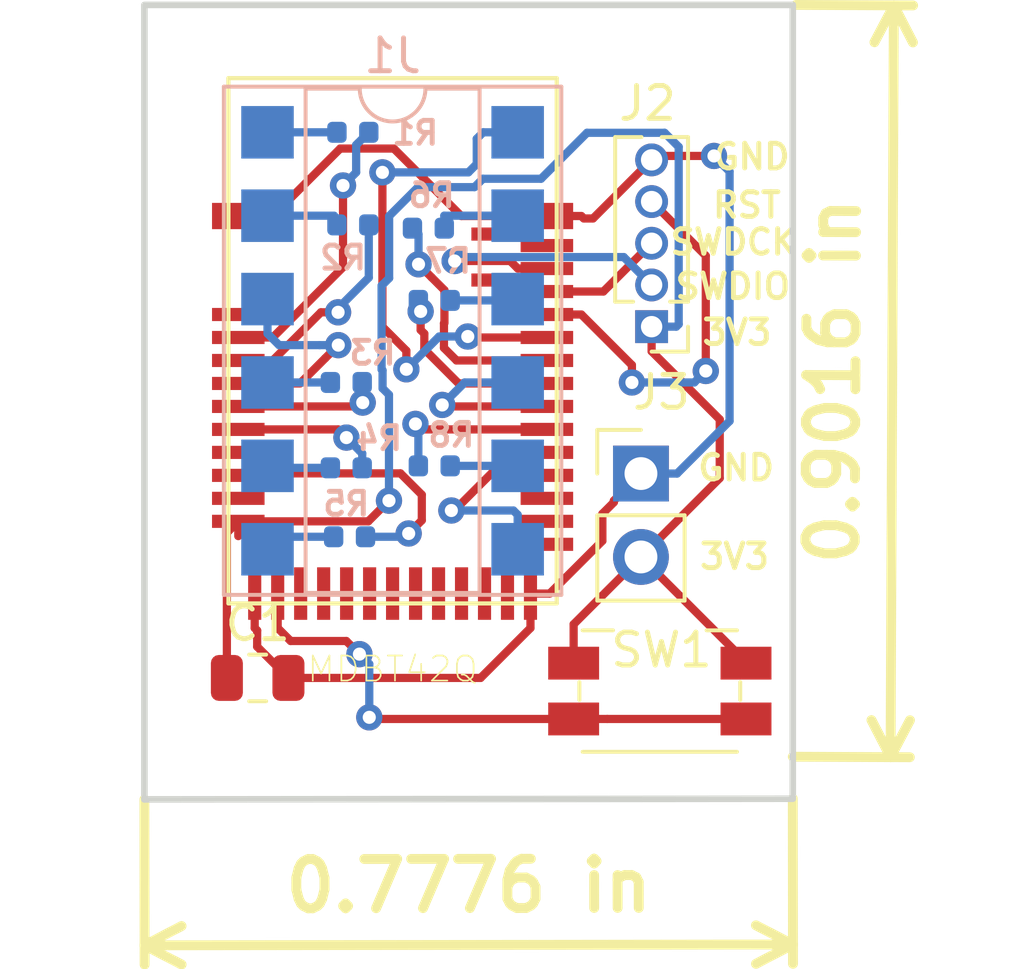
<source format=kicad_pcb>
(kicad_pcb (version 20171130) (host pcbnew "(5.0.0-3-g5ebb6b6)")

  (general
    (thickness 0.8)
    (drawings 13)
    (tracks 198)
    (zones 0)
    (modules 14)
    (nets 47)
  )

  (page A4)
  (layers
    (0 F.Cu signal)
    (31 B.Cu signal)
    (32 B.Adhes user)
    (33 F.Adhes user)
    (34 B.Paste user)
    (35 F.Paste user)
    (36 B.SilkS user)
    (37 F.SilkS user)
    (38 B.Mask user)
    (39 F.Mask user)
    (40 Dwgs.User user)
    (41 Cmts.User user)
    (42 Eco1.User user)
    (43 Eco2.User user)
    (44 Edge.Cuts user)
    (45 Margin user)
    (46 B.CrtYd user)
    (47 F.CrtYd user)
    (48 B.Fab user)
    (49 F.Fab user)
  )

  (setup
    (last_trace_width 0.25)
    (trace_clearance 0.2)
    (zone_clearance 0.508)
    (zone_45_only no)
    (trace_min 0.2)
    (segment_width 0.2)
    (edge_width 0.15)
    (via_size 0.8)
    (via_drill 0.4)
    (via_min_size 0.4)
    (via_min_drill 0.3)
    (uvia_size 0.3)
    (uvia_drill 0.1)
    (uvias_allowed no)
    (uvia_min_size 0.2)
    (uvia_min_drill 0.1)
    (pcb_text_width 0.3)
    (pcb_text_size 1.5 1.5)
    (mod_edge_width 0.15)
    (mod_text_size 1 1)
    (mod_text_width 0.15)
    (pad_size 1.524 1.524)
    (pad_drill 0.762)
    (pad_to_mask_clearance 0.2)
    (aux_axis_origin 0 0)
    (visible_elements FFFDFF7F)
    (pcbplotparams
      (layerselection 0x010fc_ffffffff)
      (usegerberextensions false)
      (usegerberattributes false)
      (usegerberadvancedattributes false)
      (creategerberjobfile false)
      (excludeedgelayer true)
      (linewidth 0.100000)
      (plotframeref false)
      (viasonmask false)
      (mode 1)
      (useauxorigin false)
      (hpglpennumber 1)
      (hpglpenspeed 20)
      (hpglpendiameter 15.000000)
      (psnegative false)
      (psa4output false)
      (plotreference true)
      (plotvalue true)
      (plotinvisibletext false)
      (padsonsilk false)
      (subtractmaskfromsilk false)
      (outputformat 1)
      (mirror false)
      (drillshape 0)
      (scaleselection 1)
      (outputdirectory "./"))
  )

  (net 0 "")
  (net 1 /K1)
  (net 2 /Ag)
  (net 3 /Ae)
  (net 4 /Ad)
  (net 5 /Ac)
  (net 6 /Af)
  (net 7 /K3)
  (net 8 /K2)
  (net 9 /A.)
  (net 10 /Ab)
  (net 11 /K4)
  (net 12 /Aa)
  (net 13 "Net-(R1-Pad1)")
  (net 14 "Net-(R2-Pad1)")
  (net 15 "Net-(R3-Pad1)")
  (net 16 "Net-(R4-Pad1)")
  (net 17 "Net-(R5-Pad1)")
  (net 18 "Net-(R6-Pad2)")
  (net 19 "Net-(R7-Pad2)")
  (net 20 "Net-(R8-Pad2)")
  (net 21 +3V3)
  (net 22 GND)
  (net 23 "Net-(U1-Pad10)")
  (net 24 "Net-(U1-Pad9)")
  (net 25 "Net-(U1-Pad2)")
  (net 26 "Net-(U1-Pad38)")
  (net 27 "Net-(U1-Pad28)")
  (net 28 "Net-(U1-Pad27)")
  (net 29 "Net-(U1-Pad26)")
  (net 30 "Net-(U1-Pad23)")
  (net 31 "Net-(U1-Pad22)")
  (net 32 "Net-(U1-Pad21)")
  (net 33 "Net-(U1-Pad20)")
  (net 34 "Net-(U1-Pad19)")
  (net 35 "Net-(U1-Pad18)")
  (net 36 "Net-(U1-Pad17)")
  (net 37 "Net-(U1-Pad16)")
  (net 38 "Net-(U1-Pad15)")
  (net 39 "Net-(U1-Pad14)")
  (net 40 "Net-(U1-Pad41)")
  (net 41 "Net-(U1-Pad40)")
  (net 42 "Net-(U1-Pad25)")
  (net 43 "Net-(SW1-Pad2)")
  (net 44 /swdio)
  (net 45 /swdck)
  (net 46 /trst)

  (net_class Default "This is the default net class."
    (clearance 0.2)
    (trace_width 0.25)
    (via_dia 0.8)
    (via_drill 0.4)
    (uvia_dia 0.3)
    (uvia_drill 0.1)
    (add_net +3V3)
    (add_net /A.)
    (add_net /Aa)
    (add_net /Ab)
    (add_net /Ac)
    (add_net /Ad)
    (add_net /Ae)
    (add_net /Af)
    (add_net /Ag)
    (add_net /K1)
    (add_net /K2)
    (add_net /K3)
    (add_net /K4)
    (add_net /swdck)
    (add_net /swdio)
    (add_net /trst)
    (add_net GND)
    (add_net "Net-(R1-Pad1)")
    (add_net "Net-(R2-Pad1)")
    (add_net "Net-(R3-Pad1)")
    (add_net "Net-(R4-Pad1)")
    (add_net "Net-(R5-Pad1)")
    (add_net "Net-(R6-Pad2)")
    (add_net "Net-(R7-Pad2)")
    (add_net "Net-(R8-Pad2)")
    (add_net "Net-(SW1-Pad2)")
    (add_net "Net-(U1-Pad10)")
    (add_net "Net-(U1-Pad14)")
    (add_net "Net-(U1-Pad15)")
    (add_net "Net-(U1-Pad16)")
    (add_net "Net-(U1-Pad17)")
    (add_net "Net-(U1-Pad18)")
    (add_net "Net-(U1-Pad19)")
    (add_net "Net-(U1-Pad2)")
    (add_net "Net-(U1-Pad20)")
    (add_net "Net-(U1-Pad21)")
    (add_net "Net-(U1-Pad22)")
    (add_net "Net-(U1-Pad23)")
    (add_net "Net-(U1-Pad25)")
    (add_net "Net-(U1-Pad26)")
    (add_net "Net-(U1-Pad27)")
    (add_net "Net-(U1-Pad28)")
    (add_net "Net-(U1-Pad38)")
    (add_net "Net-(U1-Pad40)")
    (add_net "Net-(U1-Pad41)")
    (add_net "Net-(U1-Pad9)")
  )

  (module Button_Switch_SMD:Panasonic_EVQPUJ_EVQPUA (layer F.Cu) (tedit 5A02FC95) (tstamp 5BE2B565)
    (at 113.55 98.3)
    (descr http://industrial.panasonic.com/cdbs/www-data/pdf/ATV0000/ATV0000CE5.pdf)
    (tags "SMD SMT SPST EVQPUJ EVQPUA")
    (path /5BD68661)
    (attr smd)
    (fp_text reference SW1 (at 0.05 -1.25) (layer F.SilkS)
      (effects (font (size 1 1) (thickness 0.15)))
    )
    (fp_text value SW_Push (at 0 3.5) (layer F.Fab)
      (effects (font (size 1 1) (thickness 0.15)))
    )
    (fp_text user %R (at 0 0) (layer F.Fab)
      (effects (font (size 1 1) (thickness 0.15)))
    )
    (fp_line (start 3.9 2.25) (end 3.9 -3.25) (layer F.CrtYd) (width 0.05))
    (fp_line (start 2.35 -1.85) (end 1.425 -1.85) (layer F.SilkS) (width 0.12))
    (fp_line (start 2.35 1.85) (end -2.35 1.85) (layer F.SilkS) (width 0.12))
    (fp_line (start -2.45 0.275) (end -2.45 -0.275) (layer F.SilkS) (width 0.12))
    (fp_line (start -1.3 -2.75) (end -1.3 -1.75) (layer F.Fab) (width 0.1))
    (fp_line (start 1.3 -2.75) (end 1.3 -1.75) (layer F.Fab) (width 0.1))
    (fp_line (start 1.3 -2.75) (end -1.3 -2.75) (layer F.Fab) (width 0.1))
    (fp_line (start 2.35 1.75) (end 2.35 -1.75) (layer F.Fab) (width 0.1))
    (fp_line (start -2.35 1.75) (end -2.35 -1.75) (layer F.Fab) (width 0.1))
    (fp_line (start 2.35 -1.75) (end -2.35 -1.75) (layer F.Fab) (width 0.1))
    (fp_line (start 2.35 1.75) (end -2.35 1.75) (layer F.Fab) (width 0.1))
    (fp_line (start 2.45 0.275) (end 2.45 -0.275) (layer F.SilkS) (width 0.12))
    (fp_line (start -1.425 -1.85) (end -2.35 -1.85) (layer F.SilkS) (width 0.12))
    (fp_line (start -3.9 2.25) (end -3.9 -3.25) (layer F.CrtYd) (width 0.05))
    (fp_line (start 3.9 2.25) (end -3.9 2.25) (layer F.CrtYd) (width 0.05))
    (fp_line (start 3.9 -3.25) (end -3.9 -3.25) (layer F.CrtYd) (width 0.05))
    (pad 2 smd rect (at 2.625 0.85 180) (size 1.55 1) (layers F.Cu F.Paste F.Mask)
      (net 43 "Net-(SW1-Pad2)"))
    (pad 2 smd rect (at -2.625 0.85 180) (size 1.55 1) (layers F.Cu F.Paste F.Mask)
      (net 43 "Net-(SW1-Pad2)"))
    (pad 1 smd rect (at -2.625 -0.85 180) (size 1.55 1) (layers F.Cu F.Paste F.Mask)
      (net 21 +3V3))
    (pad 1 smd rect (at 2.625 -0.85 180) (size 1.55 1) (layers F.Cu F.Paste F.Mask)
      (net 21 +3V3))
    (model ${KISYS3DMOD}/Button_Switch_SMD.3dshapes/Panasonic_EVQPUJ_EVQPUA.wrl
      (at (xyz 0 0 0))
      (scale (xyz 1 1 1))
      (rotate (xyz 0 0 0))
    )
  )

  (module Resistor_SMD:R_0402_1005Metric (layer B.Cu) (tedit 5BC164FB) (tstamp 5BD9A3B3)
    (at 104.2 81.28 180)
    (descr "Resistor SMD 0402 (1005 Metric), square (rectangular) end terminal, IPC_7351 nominal, (Body size source: http://www.tortai-tech.com/upload/download/2011102023233369053.pdf), generated with kicad-footprint-generator")
    (tags resistor)
    (path /5BC1233C)
    (attr smd)
    (fp_text reference R1 (at -1.9 -0.02 180) (layer B.SilkS)
      (effects (font (size 0.7 0.7) (thickness 0.15)) (justify mirror))
    )
    (fp_text value 220 (at 0 -1.17 180) (layer B.Fab)
      (effects (font (size 1 1) (thickness 0.15)) (justify mirror))
    )
    (fp_text user %R (at 0 0 180) (layer B.Fab)
      (effects (font (size 0.25 0.25) (thickness 0.04)) (justify mirror))
    )
    (fp_line (start 0.93 -0.47) (end -0.93 -0.47) (layer B.CrtYd) (width 0.05))
    (fp_line (start 0.93 0.47) (end 0.93 -0.47) (layer B.CrtYd) (width 0.05))
    (fp_line (start -0.93 0.47) (end 0.93 0.47) (layer B.CrtYd) (width 0.05))
    (fp_line (start -0.93 -0.47) (end -0.93 0.47) (layer B.CrtYd) (width 0.05))
    (fp_line (start 0.5 -0.25) (end -0.5 -0.25) (layer B.Fab) (width 0.1))
    (fp_line (start 0.5 0.25) (end 0.5 -0.25) (layer B.Fab) (width 0.1))
    (fp_line (start -0.5 0.25) (end 0.5 0.25) (layer B.Fab) (width 0.1))
    (fp_line (start -0.5 -0.25) (end -0.5 0.25) (layer B.Fab) (width 0.1))
    (pad 2 smd roundrect (at 0.485 0 180) (size 0.59 0.64) (layers B.Cu B.Paste B.Mask) (roundrect_rratio 0.25)
      (net 12 /Aa))
    (pad 1 smd roundrect (at -0.485 0 180) (size 0.59 0.64) (layers B.Cu B.Paste B.Mask) (roundrect_rratio 0.25)
      (net 13 "Net-(R1-Pad1)"))
    (model ${KISYS3DMOD}/Resistor_SMD.3dshapes/R_0402_1005Metric.wrl
      (at (xyz 0 0 0))
      (scale (xyz 1 1 1))
      (rotate (xyz 0 0 0))
    )
  )

  (module Resistor_SMD:R_0402_1005Metric (layer B.Cu) (tedit 5BC164EA) (tstamp 5BCD5BA7)
    (at 104.2 84.1 180)
    (descr "Resistor SMD 0402 (1005 Metric), square (rectangular) end terminal, IPC_7351 nominal, (Body size source: http://www.tortai-tech.com/upload/download/2011102023233369053.pdf), generated with kicad-footprint-generator")
    (tags resistor)
    (path /5BC12318)
    (attr smd)
    (fp_text reference R2 (at 0.3 -1 180) (layer B.SilkS)
      (effects (font (size 0.7 0.7) (thickness 0.15)) (justify mirror))
    )
    (fp_text value 220 (at 0 -1.17 180) (layer B.Fab)
      (effects (font (size 1 1) (thickness 0.15)) (justify mirror))
    )
    (fp_line (start -0.5 -0.25) (end -0.5 0.25) (layer B.Fab) (width 0.1))
    (fp_line (start -0.5 0.25) (end 0.5 0.25) (layer B.Fab) (width 0.1))
    (fp_line (start 0.5 0.25) (end 0.5 -0.25) (layer B.Fab) (width 0.1))
    (fp_line (start 0.5 -0.25) (end -0.5 -0.25) (layer B.Fab) (width 0.1))
    (fp_line (start -0.93 -0.47) (end -0.93 0.47) (layer B.CrtYd) (width 0.05))
    (fp_line (start -0.93 0.47) (end 0.93 0.47) (layer B.CrtYd) (width 0.05))
    (fp_line (start 0.93 0.47) (end 0.93 -0.47) (layer B.CrtYd) (width 0.05))
    (fp_line (start 0.93 -0.47) (end -0.93 -0.47) (layer B.CrtYd) (width 0.05))
    (fp_text user %R (at 0 0 180) (layer B.Fab)
      (effects (font (size 0.25 0.25) (thickness 0.04)) (justify mirror))
    )
    (pad 1 smd roundrect (at -0.485 0 180) (size 0.59 0.64) (layers B.Cu B.Paste B.Mask) (roundrect_rratio 0.25)
      (net 14 "Net-(R2-Pad1)"))
    (pad 2 smd roundrect (at 0.485 0 180) (size 0.59 0.64) (layers B.Cu B.Paste B.Mask) (roundrect_rratio 0.25)
      (net 10 /Ab))
    (model ${KISYS3DMOD}/Resistor_SMD.3dshapes/R_0402_1005Metric.wrl
      (at (xyz 0 0 0))
      (scale (xyz 1 1 1))
      (rotate (xyz 0 0 0))
    )
  )

  (module Resistor_SMD:R_0402_1005Metric (layer B.Cu) (tedit 5BC164DC) (tstamp 5BCD5BB6)
    (at 104 88.9 180)
    (descr "Resistor SMD 0402 (1005 Metric), square (rectangular) end terminal, IPC_7351 nominal, (Body size source: http://www.tortai-tech.com/upload/download/2011102023233369053.pdf), generated with kicad-footprint-generator")
    (tags resistor)
    (path /5BC122FA)
    (attr smd)
    (fp_text reference R3 (at -0.8 0.9 180) (layer B.SilkS)
      (effects (font (size 0.7 0.7) (thickness 0.15)) (justify mirror))
    )
    (fp_text value 220 (at 0 -1.17 180) (layer B.Fab)
      (effects (font (size 1 1) (thickness 0.15)) (justify mirror))
    )
    (fp_text user %R (at 0 0 180) (layer B.Fab)
      (effects (font (size 0.25 0.25) (thickness 0.04)) (justify mirror))
    )
    (fp_line (start 0.93 -0.47) (end -0.93 -0.47) (layer B.CrtYd) (width 0.05))
    (fp_line (start 0.93 0.47) (end 0.93 -0.47) (layer B.CrtYd) (width 0.05))
    (fp_line (start -0.93 0.47) (end 0.93 0.47) (layer B.CrtYd) (width 0.05))
    (fp_line (start -0.93 -0.47) (end -0.93 0.47) (layer B.CrtYd) (width 0.05))
    (fp_line (start 0.5 -0.25) (end -0.5 -0.25) (layer B.Fab) (width 0.1))
    (fp_line (start 0.5 0.25) (end 0.5 -0.25) (layer B.Fab) (width 0.1))
    (fp_line (start -0.5 0.25) (end 0.5 0.25) (layer B.Fab) (width 0.1))
    (fp_line (start -0.5 -0.25) (end -0.5 0.25) (layer B.Fab) (width 0.1))
    (pad 2 smd roundrect (at 0.485 0 180) (size 0.59 0.64) (layers B.Cu B.Paste B.Mask) (roundrect_rratio 0.25)
      (net 6 /Af))
    (pad 1 smd roundrect (at -0.485 0 180) (size 0.59 0.64) (layers B.Cu B.Paste B.Mask) (roundrect_rratio 0.25)
      (net 15 "Net-(R3-Pad1)"))
    (model ${KISYS3DMOD}/Resistor_SMD.3dshapes/R_0402_1005Metric.wrl
      (at (xyz 0 0 0))
      (scale (xyz 1 1 1))
      (rotate (xyz 0 0 0))
    )
  )

  (module Resistor_SMD:R_0402_1005Metric (layer B.Cu) (tedit 5BC164C6) (tstamp 5BCD5BC5)
    (at 104 91.5 180)
    (descr "Resistor SMD 0402 (1005 Metric), square (rectangular) end terminal, IPC_7351 nominal, (Body size source: http://www.tortai-tech.com/upload/download/2011102023233369053.pdf), generated with kicad-footprint-generator")
    (tags resistor)
    (path /5BC122DE)
    (attr smd)
    (fp_text reference R4 (at -1 0.9 180) (layer B.SilkS)
      (effects (font (size 0.7 0.7) (thickness 0.15)) (justify mirror))
    )
    (fp_text value 220 (at 0 -1.17 180) (layer B.Fab)
      (effects (font (size 1 1) (thickness 0.15)) (justify mirror))
    )
    (fp_line (start -0.5 -0.25) (end -0.5 0.25) (layer B.Fab) (width 0.1))
    (fp_line (start -0.5 0.25) (end 0.5 0.25) (layer B.Fab) (width 0.1))
    (fp_line (start 0.5 0.25) (end 0.5 -0.25) (layer B.Fab) (width 0.1))
    (fp_line (start 0.5 -0.25) (end -0.5 -0.25) (layer B.Fab) (width 0.1))
    (fp_line (start -0.93 -0.47) (end -0.93 0.47) (layer B.CrtYd) (width 0.05))
    (fp_line (start -0.93 0.47) (end 0.93 0.47) (layer B.CrtYd) (width 0.05))
    (fp_line (start 0.93 0.47) (end 0.93 -0.47) (layer B.CrtYd) (width 0.05))
    (fp_line (start 0.93 -0.47) (end -0.93 -0.47) (layer B.CrtYd) (width 0.05))
    (fp_text user %R (at 0 0 180) (layer B.Fab)
      (effects (font (size 0.25 0.25) (thickness 0.04)) (justify mirror))
    )
    (pad 1 smd roundrect (at -0.485 0 180) (size 0.59 0.64) (layers B.Cu B.Paste B.Mask) (roundrect_rratio 0.25)
      (net 16 "Net-(R4-Pad1)"))
    (pad 2 smd roundrect (at 0.485 0 180) (size 0.59 0.64) (layers B.Cu B.Paste B.Mask) (roundrect_rratio 0.25)
      (net 4 /Ad))
    (model ${KISYS3DMOD}/Resistor_SMD.3dshapes/R_0402_1005Metric.wrl
      (at (xyz 0 0 0))
      (scale (xyz 1 1 1))
      (rotate (xyz 0 0 0))
    )
  )

  (module Resistor_SMD:R_0402_1005Metric (layer B.Cu) (tedit 5BC164B6) (tstamp 5BCD5BD4)
    (at 104.1 93.6 180)
    (descr "Resistor SMD 0402 (1005 Metric), square (rectangular) end terminal, IPC_7351 nominal, (Body size source: http://www.tortai-tech.com/upload/download/2011102023233369053.pdf), generated with kicad-footprint-generator")
    (tags resistor)
    (path /5BC12288)
    (attr smd)
    (fp_text reference R5 (at 0.1 1 180) (layer B.SilkS)
      (effects (font (size 0.7 0.7) (thickness 0.15)) (justify mirror))
    )
    (fp_text value 220 (at 0 -1.17 180) (layer B.Fab)
      (effects (font (size 1 1) (thickness 0.15)) (justify mirror))
    )
    (fp_text user %R (at 0 0 180) (layer B.Fab)
      (effects (font (size 0.25 0.25) (thickness 0.04)) (justify mirror))
    )
    (fp_line (start 0.93 -0.47) (end -0.93 -0.47) (layer B.CrtYd) (width 0.05))
    (fp_line (start 0.93 0.47) (end 0.93 -0.47) (layer B.CrtYd) (width 0.05))
    (fp_line (start -0.93 0.47) (end 0.93 0.47) (layer B.CrtYd) (width 0.05))
    (fp_line (start -0.93 -0.47) (end -0.93 0.47) (layer B.CrtYd) (width 0.05))
    (fp_line (start 0.5 -0.25) (end -0.5 -0.25) (layer B.Fab) (width 0.1))
    (fp_line (start 0.5 0.25) (end 0.5 -0.25) (layer B.Fab) (width 0.1))
    (fp_line (start -0.5 0.25) (end 0.5 0.25) (layer B.Fab) (width 0.1))
    (fp_line (start -0.5 -0.25) (end -0.5 0.25) (layer B.Fab) (width 0.1))
    (pad 2 smd roundrect (at 0.485 0 180) (size 0.59 0.64) (layers B.Cu B.Paste B.Mask) (roundrect_rratio 0.25)
      (net 2 /Ag))
    (pad 1 smd roundrect (at -0.485 0 180) (size 0.59 0.64) (layers B.Cu B.Paste B.Mask) (roundrect_rratio 0.25)
      (net 17 "Net-(R5-Pad1)"))
    (model ${KISYS3DMOD}/Resistor_SMD.3dshapes/R_0402_1005Metric.wrl
      (at (xyz 0 0 0))
      (scale (xyz 1 1 1))
      (rotate (xyz 0 0 0))
    )
  )

  (module Resistor_SMD:R_0402_1005Metric (layer B.Cu) (tedit 5BC1652C) (tstamp 5BCD5BE3)
    (at 106.5 84.2 180)
    (descr "Resistor SMD 0402 (1005 Metric), square (rectangular) end terminal, IPC_7351 nominal, (Body size source: http://www.tortai-tech.com/upload/download/2011102023233369053.pdf), generated with kicad-footprint-generator")
    (tags resistor)
    (path /5BC121FC)
    (attr smd)
    (fp_text reference R6 (at -0.1 1 180) (layer B.SilkS)
      (effects (font (size 0.7 0.7) (thickness 0.15)) (justify mirror))
    )
    (fp_text value 220 (at 0 -1.17 180) (layer B.Fab)
      (effects (font (size 1 1) (thickness 0.15)) (justify mirror))
    )
    (fp_line (start -0.5 -0.25) (end -0.5 0.25) (layer B.Fab) (width 0.1))
    (fp_line (start -0.5 0.25) (end 0.5 0.25) (layer B.Fab) (width 0.1))
    (fp_line (start 0.5 0.25) (end 0.5 -0.25) (layer B.Fab) (width 0.1))
    (fp_line (start 0.5 -0.25) (end -0.5 -0.25) (layer B.Fab) (width 0.1))
    (fp_line (start -0.93 -0.47) (end -0.93 0.47) (layer B.CrtYd) (width 0.05))
    (fp_line (start -0.93 0.47) (end 0.93 0.47) (layer B.CrtYd) (width 0.05))
    (fp_line (start 0.93 0.47) (end 0.93 -0.47) (layer B.CrtYd) (width 0.05))
    (fp_line (start 0.93 -0.47) (end -0.93 -0.47) (layer B.CrtYd) (width 0.05))
    (fp_text user %R (at 0 0 180) (layer B.Fab)
      (effects (font (size 0.25 0.25) (thickness 0.04)) (justify mirror))
    )
    (pad 1 smd roundrect (at -0.485 0 180) (size 0.59 0.64) (layers B.Cu B.Paste B.Mask) (roundrect_rratio 0.25)
      (net 3 /Ae))
    (pad 2 smd roundrect (at 0.485 0 180) (size 0.59 0.64) (layers B.Cu B.Paste B.Mask) (roundrect_rratio 0.25)
      (net 18 "Net-(R6-Pad2)"))
    (model ${KISYS3DMOD}/Resistor_SMD.3dshapes/R_0402_1005Metric.wrl
      (at (xyz 0 0 0))
      (scale (xyz 1 1 1))
      (rotate (xyz 0 0 0))
    )
  )

  (module Resistor_SMD:R_0402_1005Metric (layer B.Cu) (tedit 5BC16513) (tstamp 5BCD5BF2)
    (at 106.68 86.4 180)
    (descr "Resistor SMD 0402 (1005 Metric), square (rectangular) end terminal, IPC_7351 nominal, (Body size source: http://www.tortai-tech.com/upload/download/2011102023233369053.pdf), generated with kicad-footprint-generator")
    (tags resistor)
    (path /5BC12255)
    (attr smd)
    (fp_text reference R7 (at -0.42 1.2 180) (layer B.SilkS)
      (effects (font (size 0.7 0.7) (thickness 0.15)) (justify mirror))
    )
    (fp_text value 220 (at 0 -1.17 180) (layer B.Fab)
      (effects (font (size 1 1) (thickness 0.15)) (justify mirror))
    )
    (fp_text user %R (at 0 0 180) (layer B.Fab)
      (effects (font (size 0.25 0.25) (thickness 0.04)) (justify mirror))
    )
    (fp_line (start 0.93 -0.47) (end -0.93 -0.47) (layer B.CrtYd) (width 0.05))
    (fp_line (start 0.93 0.47) (end 0.93 -0.47) (layer B.CrtYd) (width 0.05))
    (fp_line (start -0.93 0.47) (end 0.93 0.47) (layer B.CrtYd) (width 0.05))
    (fp_line (start -0.93 -0.47) (end -0.93 0.47) (layer B.CrtYd) (width 0.05))
    (fp_line (start 0.5 -0.25) (end -0.5 -0.25) (layer B.Fab) (width 0.1))
    (fp_line (start 0.5 0.25) (end 0.5 -0.25) (layer B.Fab) (width 0.1))
    (fp_line (start -0.5 0.25) (end 0.5 0.25) (layer B.Fab) (width 0.1))
    (fp_line (start -0.5 -0.25) (end -0.5 0.25) (layer B.Fab) (width 0.1))
    (pad 2 smd roundrect (at 0.485 0 180) (size 0.59 0.64) (layers B.Cu B.Paste B.Mask) (roundrect_rratio 0.25)
      (net 19 "Net-(R7-Pad2)"))
    (pad 1 smd roundrect (at -0.485 0 180) (size 0.59 0.64) (layers B.Cu B.Paste B.Mask) (roundrect_rratio 0.25)
      (net 5 /Ac))
    (model ${KISYS3DMOD}/Resistor_SMD.3dshapes/R_0402_1005Metric.wrl
      (at (xyz 0 0 0))
      (scale (xyz 1 1 1))
      (rotate (xyz 0 0 0))
    )
  )

  (module Resistor_SMD:R_0402_1005Metric (layer B.Cu) (tedit 5BC16541) (tstamp 5BCD5C01)
    (at 106.68 91.44 180)
    (descr "Resistor SMD 0402 (1005 Metric), square (rectangular) end terminal, IPC_7351 nominal, (Body size source: http://www.tortai-tech.com/upload/download/2011102023233369053.pdf), generated with kicad-footprint-generator")
    (tags resistor)
    (path /5BC1226B)
    (attr smd)
    (fp_text reference R8 (at -0.52 0.94 180) (layer B.SilkS)
      (effects (font (size 0.7 0.7) (thickness 0.15)) (justify mirror))
    )
    (fp_text value 220 (at 0 -1.17 180) (layer B.Fab)
      (effects (font (size 1 1) (thickness 0.15)) (justify mirror))
    )
    (fp_line (start -0.5 -0.25) (end -0.5 0.25) (layer B.Fab) (width 0.1))
    (fp_line (start -0.5 0.25) (end 0.5 0.25) (layer B.Fab) (width 0.1))
    (fp_line (start 0.5 0.25) (end 0.5 -0.25) (layer B.Fab) (width 0.1))
    (fp_line (start 0.5 -0.25) (end -0.5 -0.25) (layer B.Fab) (width 0.1))
    (fp_line (start -0.93 -0.47) (end -0.93 0.47) (layer B.CrtYd) (width 0.05))
    (fp_line (start -0.93 0.47) (end 0.93 0.47) (layer B.CrtYd) (width 0.05))
    (fp_line (start 0.93 0.47) (end 0.93 -0.47) (layer B.CrtYd) (width 0.05))
    (fp_line (start 0.93 -0.47) (end -0.93 -0.47) (layer B.CrtYd) (width 0.05))
    (fp_text user %R (at 0 0 180) (layer B.Fab)
      (effects (font (size 0.25 0.25) (thickness 0.04)) (justify mirror))
    )
    (pad 1 smd roundrect (at -0.485 0 180) (size 0.59 0.64) (layers B.Cu B.Paste B.Mask) (roundrect_rratio 0.25)
      (net 9 /A.))
    (pad 2 smd roundrect (at 0.485 0 180) (size 0.59 0.64) (layers B.Cu B.Paste B.Mask) (roundrect_rratio 0.25)
      (net 20 "Net-(R8-Pad2)"))
    (model ${KISYS3DMOD}/Resistor_SMD.3dshapes/R_0402_1005Metric.wrl
      (at (xyz 0 0 0))
      (scale (xyz 1 1 1))
      (rotate (xyz 0 0 0))
    )
  )

  (module MDBT42Q:MDBT42Q (layer F.Cu) (tedit 5A4EE07B) (tstamp 5BD9A032)
    (at 105.41 87.63)
    (path /5BC11F66)
    (attr smd)
    (fp_text reference U1 (at -6.71 -8.43) (layer F.Fab)
      (effects (font (size 0.762 0.762) (thickness 0.0508)))
    )
    (fp_text value MDBT42Q (at 0 10) (layer F.SilkS)
      (effects (font (size 0.762 0.762) (thickness 0.0508)))
    )
    (fp_line (start 3.9 -4.2) (end 3.9 -1.1) (layer Cmts.User) (width 0.05))
    (fp_line (start 5.3 -8) (end 5.3 -4.2) (layer Cmts.User) (width 0.1))
    (fp_line (start -6 9) (end 6 9) (layer F.CrtYd) (width 0.15))
    (fp_line (start -6 -9) (end -6 9) (layer F.CrtYd) (width 0.15))
    (fp_line (start 6 -9) (end -6 -9) (layer F.CrtYd) (width 0.15))
    (fp_line (start 6 9) (end 6 -9) (layer F.CrtYd) (width 0.15))
    (fp_text user "Top layer no ground" (at 1.7 -2.5) (layer Cmts.User)
      (effects (font (size 0.25 0.25) (thickness 0.025)))
    )
    (fp_text user "No ground pad" (at 0 -6) (layer Cmts.User)
      (effects (font (size 0.8 0.8) (thickness 0.075)))
    )
    (fp_line (start -0.5 -4.2) (end 3.9 -4.2) (layer Cmts.User) (width 0.05))
    (fp_line (start -0.5 -1.1) (end 3.9 -1.1) (layer Cmts.User) (width 0.05))
    (fp_line (start -0.5 -4.2) (end -0.5 -1.1) (layer Cmts.User) (width 0.05842))
    (fp_line (start -5.3 -4.2) (end 5.3 -4.2) (layer Cmts.User) (width 0.1))
    (fp_line (start -5.3 -8) (end -5.3 -4.2) (layer Cmts.User) (width 0.1))
    (fp_line (start -5.3 -8) (end 5.3 -8) (layer Cmts.User) (width 0.1))
    (fp_line (start -5 8) (end -5 -8) (layer F.SilkS) (width 0.127))
    (fp_line (start 5 8) (end -5 8) (layer F.SilkS) (width 0.127))
    (fp_line (start 5 -8) (end 5 8) (layer F.SilkS) (width 0.127))
    (fp_line (start -5 -8) (end 5 -8) (layer F.SilkS) (width 0.127))
    (pad 11 smd rect (at -4.7 5.5) (size 1.6 0.4) (layers F.Cu F.Paste F.Mask)
      (net 21 +3V3))
    (pad 10 smd rect (at -4.7 4.8) (size 1.6 0.4) (layers F.Cu F.Paste F.Mask)
      (net 23 "Net-(U1-Pad10)"))
    (pad 9 smd rect (at -4.7 4.1) (size 1.6 0.4) (layers F.Cu F.Paste F.Mask)
      (net 24 "Net-(U1-Pad9)"))
    (pad 8 smd rect (at -4.7 3.4) (size 1.6 0.4) (layers F.Cu F.Paste F.Mask)
      (net 17 "Net-(R5-Pad1)"))
    (pad 7 smd rect (at -4.7 2.7) (size 1.6 0.4) (layers F.Cu F.Paste F.Mask)
      (net 16 "Net-(R4-Pad1)"))
    (pad 6 smd rect (at -4.7 2) (size 1.6 0.4) (layers F.Cu F.Paste F.Mask)
      (net 15 "Net-(R3-Pad1)"))
    (pad 5 smd rect (at -4.7 1.3) (size 1.6 0.4) (layers F.Cu F.Paste F.Mask)
      (net 8 /K2))
    (pad 4 smd rect (at -4.7 0.6) (size 1.6 0.4) (layers F.Cu F.Paste F.Mask)
      (net 14 "Net-(R2-Pad1)"))
    (pad 3 smd rect (at -4.7 -0.1) (size 1.6 0.4) (layers F.Cu F.Paste F.Mask)
      (net 13 "Net-(R1-Pad1)"))
    (pad 2 smd rect (at -4.7 -0.8) (size 1.6 0.4) (layers F.Cu F.Paste F.Mask)
      (net 25 "Net-(U1-Pad2)"))
    (pad 38 smd rect (at 4.7 -2.9 180) (size 1.6 0.4) (layers F.Cu F.Paste F.Mask)
      (net 26 "Net-(U1-Pad38)"))
    (pad 37 smd rect (at 4.7 -2.2 180) (size 1.6 0.4) (layers F.Cu F.Paste F.Mask)
      (net 44 /swdio))
    (pad 36 smd rect (at 4.7 -1.5 180) (size 1.6 0.4) (layers F.Cu F.Paste F.Mask)
      (net 45 /swdck))
    (pad 35 smd rect (at 4.7 -0.8 180) (size 1.6 0.4) (layers F.Cu F.Paste F.Mask)
      (net 46 /trst))
    (pad 34 smd rect (at 4.7 -0.1 180) (size 1.6 0.4) (layers F.Cu F.Paste F.Mask)
      (net 1 /K1))
    (pad 33 smd rect (at 4.7 0.6 180) (size 1.6 0.4) (layers F.Cu F.Paste F.Mask)
      (net 18 "Net-(R6-Pad2)"))
    (pad 32 smd rect (at 4.7 1.3 180) (size 1.6 0.4) (layers F.Cu F.Paste F.Mask)
      (net 19 "Net-(R7-Pad2)"))
    (pad 31 smd rect (at 4.7 2 180) (size 1.6 0.4) (layers F.Cu F.Paste F.Mask)
      (net 7 /K3))
    (pad 30 smd rect (at 4.7 2.7 180) (size 1.6 0.4) (layers F.Cu F.Paste F.Mask)
      (net 20 "Net-(R8-Pad2)"))
    (pad 29 smd rect (at 4.7 3.4 180) (size 1.6 0.4) (layers F.Cu F.Paste F.Mask)
      (net 11 /K4))
    (pad 28 smd rect (at 4.7 4.1 180) (size 1.6 0.4) (layers F.Cu F.Paste F.Mask)
      (net 27 "Net-(U1-Pad28)"))
    (pad 27 smd rect (at 4.7 4.8 180) (size 1.6 0.4) (layers F.Cu F.Paste F.Mask)
      (net 28 "Net-(U1-Pad27)"))
    (pad 26 smd rect (at 4.7 5.5 180) (size 1.6 0.4) (layers F.Cu F.Paste F.Mask)
      (net 29 "Net-(U1-Pad26)"))
    (pad 24 smd rect (at 4.2 7.7 90) (size 1.6 0.4) (layers F.Cu F.Paste F.Mask)
      (net 22 GND))
    (pad 23 smd rect (at 3.5 7.7 90) (size 1.6 0.4) (layers F.Cu F.Paste F.Mask)
      (net 30 "Net-(U1-Pad23)"))
    (pad 22 smd rect (at 2.8 7.7 90) (size 1.6 0.4) (layers F.Cu F.Paste F.Mask)
      (net 31 "Net-(U1-Pad22)"))
    (pad 21 smd rect (at 2.1 7.7 90) (size 1.6 0.4) (layers F.Cu F.Paste F.Mask)
      (net 32 "Net-(U1-Pad21)"))
    (pad 20 smd rect (at 1.4 7.7 90) (size 1.6 0.4) (layers F.Cu F.Paste F.Mask)
      (net 33 "Net-(U1-Pad20)"))
    (pad 19 smd rect (at 0.7 7.7 90) (size 1.6 0.4) (layers F.Cu F.Paste F.Mask)
      (net 34 "Net-(U1-Pad19)"))
    (pad 18 smd rect (at 0 7.7 90) (size 1.6 0.4) (layers F.Cu F.Paste F.Mask)
      (net 35 "Net-(U1-Pad18)"))
    (pad 17 smd rect (at -0.7 7.7 90) (size 1.6 0.4) (layers F.Cu F.Paste F.Mask)
      (net 36 "Net-(U1-Pad17)"))
    (pad 16 smd rect (at -1.4 7.7 90) (size 1.6 0.4) (layers F.Cu F.Paste F.Mask)
      (net 37 "Net-(U1-Pad16)"))
    (pad 15 smd rect (at -2.1 7.7 90) (size 1.6 0.4) (layers F.Cu F.Paste F.Mask)
      (net 38 "Net-(U1-Pad15)"))
    (pad 14 smd rect (at -2.8 7.7 90) (size 1.6 0.4) (layers F.Cu F.Paste F.Mask)
      (net 39 "Net-(U1-Pad14)"))
    (pad 13 smd rect (at -3.5 7.7 90) (size 1.6 0.4) (layers F.Cu F.Paste F.Mask)
      (net 43 "Net-(SW1-Pad2)"))
    (pad 41 smd rect (at 2.9 -1.85 180) (size 1 0.4) (layers F.Cu F.Paste F.Mask)
      (net 40 "Net-(U1-Pad41)"))
    (pad 40 smd rect (at 2.9 -3.25 180) (size 1 0.4) (layers F.Cu F.Paste F.Mask)
      (net 41 "Net-(U1-Pad40)"))
    (pad 39 smd rect (at 4.7 -3.8 180) (size 1.6 0.8) (layers F.Cu F.Paste F.Mask)
      (net 22 GND))
    (pad 25 smd rect (at 4.7 6.2 180) (size 1.6 0.4) (layers F.Cu F.Paste F.Mask)
      (net 42 "Net-(U1-Pad25)"))
    (pad 12 smd rect (at -4.2 7.7 90) (size 1.6 0.4) (layers F.Cu F.Paste F.Mask)
      (net 22 GND))
    (pad 1 smd rect (at -4.7 -3.8) (size 1.6 0.8) (layers F.Cu F.Paste F.Mask)
      (net 22 GND))
  )

  (module Package_DIP:DIP-12_W7.62mm_SMDSocket_SmallPads (layer B.Cu) (tedit 5A02E8C5) (tstamp 5BD9A33A)
    (at 105.41 87.63 180)
    (descr "12-lead though-hole mounted DIP package, row spacing 7.62 mm (300 mils), SMDSocket, SmallPads")
    (tags "THT DIP DIL PDIP 2.54mm 7.62mm 300mil SMDSocket SmallPads")
    (path /5BC11D2D)
    (attr smd)
    (fp_text reference J1 (at 0 8.68 180) (layer B.SilkS)
      (effects (font (size 1 1) (thickness 0.15)) (justify mirror))
    )
    (fp_text value Conn_02x06_Counter_Clockwise (at 0 -8.68 180) (layer B.Fab)
      (effects (font (size 1 1) (thickness 0.15)) (justify mirror))
    )
    (fp_arc (start 0 7.68) (end -1 7.68) (angle 180) (layer B.SilkS) (width 0.12))
    (fp_line (start -2.175 7.62) (end 3.175 7.62) (layer B.Fab) (width 0.1))
    (fp_line (start 3.175 7.62) (end 3.175 -7.62) (layer B.Fab) (width 0.1))
    (fp_line (start 3.175 -7.62) (end -3.175 -7.62) (layer B.Fab) (width 0.1))
    (fp_line (start -3.175 -7.62) (end -3.175 6.62) (layer B.Fab) (width 0.1))
    (fp_line (start -3.175 6.62) (end -2.175 7.62) (layer B.Fab) (width 0.1))
    (fp_line (start -5.08 7.68) (end -5.08 -7.68) (layer B.Fab) (width 0.1))
    (fp_line (start -5.08 -7.68) (end 5.08 -7.68) (layer B.Fab) (width 0.1))
    (fp_line (start 5.08 -7.68) (end 5.08 7.68) (layer B.Fab) (width 0.1))
    (fp_line (start 5.08 7.68) (end -5.08 7.68) (layer B.Fab) (width 0.1))
    (fp_line (start -1 7.68) (end -2.65 7.68) (layer B.SilkS) (width 0.12))
    (fp_line (start -2.65 7.68) (end -2.65 -7.68) (layer B.SilkS) (width 0.12))
    (fp_line (start -2.65 -7.68) (end 2.65 -7.68) (layer B.SilkS) (width 0.12))
    (fp_line (start 2.65 -7.68) (end 2.65 7.68) (layer B.SilkS) (width 0.12))
    (fp_line (start 2.65 7.68) (end 1 7.68) (layer B.SilkS) (width 0.12))
    (fp_line (start -5.14 7.74) (end -5.14 -7.74) (layer B.SilkS) (width 0.12))
    (fp_line (start -5.14 -7.74) (end 5.14 -7.74) (layer B.SilkS) (width 0.12))
    (fp_line (start 5.14 -7.74) (end 5.14 7.74) (layer B.SilkS) (width 0.12))
    (fp_line (start 5.14 7.74) (end -5.14 7.74) (layer B.SilkS) (width 0.12))
    (fp_line (start -5.35 7.95) (end -5.35 -7.95) (layer B.CrtYd) (width 0.05))
    (fp_line (start -5.35 -7.95) (end 5.35 -7.95) (layer B.CrtYd) (width 0.05))
    (fp_line (start 5.35 -7.95) (end 5.35 7.95) (layer B.CrtYd) (width 0.05))
    (fp_line (start 5.35 7.95) (end -5.35 7.95) (layer B.CrtYd) (width 0.05))
    (fp_text user %R (at 0 0 180) (layer B.Fab)
      (effects (font (size 1 1) (thickness 0.15)) (justify mirror))
    )
    (pad 1 smd rect (at -3.81 6.35 180) (size 1.6 1.6) (layers B.Cu B.Paste B.Mask)
      (net 1 /K1))
    (pad 7 smd rect (at 3.81 -6.35 180) (size 1.6 1.6) (layers B.Cu B.Paste B.Mask)
      (net 2 /Ag))
    (pad 2 smd rect (at -3.81 3.81 180) (size 1.6 1.6) (layers B.Cu B.Paste B.Mask)
      (net 3 /Ae))
    (pad 8 smd rect (at 3.81 -3.81 180) (size 1.6 1.6) (layers B.Cu B.Paste B.Mask)
      (net 4 /Ad))
    (pad 3 smd rect (at -3.81 1.27 180) (size 1.6 1.6) (layers B.Cu B.Paste B.Mask)
      (net 5 /Ac))
    (pad 9 smd rect (at 3.81 -1.27 180) (size 1.6 1.6) (layers B.Cu B.Paste B.Mask)
      (net 6 /Af))
    (pad 4 smd rect (at -3.81 -1.27 180) (size 1.6 1.6) (layers B.Cu B.Paste B.Mask)
      (net 7 /K3))
    (pad 10 smd rect (at 3.81 1.27 180) (size 1.6 1.6) (layers B.Cu B.Paste B.Mask)
      (net 8 /K2))
    (pad 5 smd rect (at -3.81 -3.81 180) (size 1.6 1.6) (layers B.Cu B.Paste B.Mask)
      (net 9 /A.))
    (pad 11 smd rect (at 3.81 3.81 180) (size 1.6 1.6) (layers B.Cu B.Paste B.Mask)
      (net 10 /Ab))
    (pad 6 smd rect (at -3.81 -6.35 180) (size 1.6 1.6) (layers B.Cu B.Paste B.Mask)
      (net 11 /K4))
    (pad 12 smd rect (at 3.81 6.35 180) (size 1.6 1.6) (layers B.Cu B.Paste B.Mask)
      (net 12 /Aa))
    (model ${KISYS3DMOD}/Package_DIP.3dshapes/DIP-12_W7.62mm_SMDSocket.wrl
      (at (xyz 0 0 0))
      (scale (xyz 1 1 1))
      (rotate (xyz 0 0 0))
    )
  )

  (module Capacitor_SMD:C_0805_2012Metric (layer F.Cu) (tedit 5B36C52B) (tstamp 5BE2B53E)
    (at 101.3 97.9)
    (descr "Capacitor SMD 0805 (2012 Metric), square (rectangular) end terminal, IPC_7351 nominal, (Body size source: https://docs.google.com/spreadsheets/d/1BsfQQcO9C6DZCsRaXUlFlo91Tg2WpOkGARC1WS5S8t0/edit?usp=sharing), generated with kicad-footprint-generator")
    (tags capacitor)
    (path /5BD6A64F)
    (attr smd)
    (fp_text reference C1 (at 0 -1.65) (layer F.SilkS)
      (effects (font (size 1 1) (thickness 0.15)))
    )
    (fp_text value C (at 0 1.65) (layer F.Fab)
      (effects (font (size 1 1) (thickness 0.15)))
    )
    (fp_line (start -1 0.6) (end -1 -0.6) (layer F.Fab) (width 0.1))
    (fp_line (start -1 -0.6) (end 1 -0.6) (layer F.Fab) (width 0.1))
    (fp_line (start 1 -0.6) (end 1 0.6) (layer F.Fab) (width 0.1))
    (fp_line (start 1 0.6) (end -1 0.6) (layer F.Fab) (width 0.1))
    (fp_line (start -0.258578 -0.71) (end 0.258578 -0.71) (layer F.SilkS) (width 0.12))
    (fp_line (start -0.258578 0.71) (end 0.258578 0.71) (layer F.SilkS) (width 0.12))
    (fp_line (start -1.68 0.95) (end -1.68 -0.95) (layer F.CrtYd) (width 0.05))
    (fp_line (start -1.68 -0.95) (end 1.68 -0.95) (layer F.CrtYd) (width 0.05))
    (fp_line (start 1.68 -0.95) (end 1.68 0.95) (layer F.CrtYd) (width 0.05))
    (fp_line (start 1.68 0.95) (end -1.68 0.95) (layer F.CrtYd) (width 0.05))
    (fp_text user %R (at 0 0) (layer F.Fab)
      (effects (font (size 0.5 0.5) (thickness 0.08)))
    )
    (pad 1 smd roundrect (at -0.9375 0) (size 0.975 1.4) (layers F.Cu F.Paste F.Mask) (roundrect_rratio 0.25)
      (net 21 +3V3))
    (pad 2 smd roundrect (at 0.9375 0) (size 0.975 1.4) (layers F.Cu F.Paste F.Mask) (roundrect_rratio 0.25)
      (net 22 GND))
    (model ${KISYS3DMOD}/Capacitor_SMD.3dshapes/C_0805_2012Metric.wrl
      (at (xyz 0 0 0))
      (scale (xyz 1 1 1))
      (rotate (xyz 0 0 0))
    )
  )

  (module Connector_PinHeader_1.27mm:PinHeader_1x05_P1.27mm_Vertical (layer F.Cu) (tedit 59FED6E3) (tstamp 5BE2B385)
    (at 113.3 87.2 180)
    (descr "Through hole straight pin header, 1x05, 1.27mm pitch, single row")
    (tags "Through hole pin header THT 1x05 1.27mm single row")
    (path /5BC1B492)
    (fp_text reference J2 (at 0.125 6.8 180) (layer F.SilkS)
      (effects (font (size 1 1) (thickness 0.15)))
    )
    (fp_text value Conn_01x05_Female (at 0 6.775 180) (layer F.Fab)
      (effects (font (size 1 1) (thickness 0.15)))
    )
    (fp_line (start -0.525 -0.635) (end 1.05 -0.635) (layer F.Fab) (width 0.1))
    (fp_line (start 1.05 -0.635) (end 1.05 5.715) (layer F.Fab) (width 0.1))
    (fp_line (start 1.05 5.715) (end -1.05 5.715) (layer F.Fab) (width 0.1))
    (fp_line (start -1.05 5.715) (end -1.05 -0.11) (layer F.Fab) (width 0.1))
    (fp_line (start -1.05 -0.11) (end -0.525 -0.635) (layer F.Fab) (width 0.1))
    (fp_line (start -1.11 5.775) (end -0.30753 5.775) (layer F.SilkS) (width 0.12))
    (fp_line (start 0.30753 5.775) (end 1.11 5.775) (layer F.SilkS) (width 0.12))
    (fp_line (start -1.11 0.76) (end -1.11 5.775) (layer F.SilkS) (width 0.12))
    (fp_line (start 1.11 0.76) (end 1.11 5.775) (layer F.SilkS) (width 0.12))
    (fp_line (start -1.11 0.76) (end -0.563471 0.76) (layer F.SilkS) (width 0.12))
    (fp_line (start 0.563471 0.76) (end 1.11 0.76) (layer F.SilkS) (width 0.12))
    (fp_line (start -1.11 0) (end -1.11 -0.76) (layer F.SilkS) (width 0.12))
    (fp_line (start -1.11 -0.76) (end 0 -0.76) (layer F.SilkS) (width 0.12))
    (fp_line (start -1.55 -1.15) (end -1.55 6.25) (layer F.CrtYd) (width 0.05))
    (fp_line (start -1.55 6.25) (end 1.55 6.25) (layer F.CrtYd) (width 0.05))
    (fp_line (start 1.55 6.25) (end 1.55 -1.15) (layer F.CrtYd) (width 0.05))
    (fp_line (start 1.55 -1.15) (end -1.55 -1.15) (layer F.CrtYd) (width 0.05))
    (fp_text user %R (at 0 2.54 270) (layer F.Fab)
      (effects (font (size 1 1) (thickness 0.15)))
    )
    (pad 1 thru_hole rect (at 0 0 180) (size 1 1) (drill 0.65) (layers *.Cu *.Mask)
      (net 21 +3V3))
    (pad 2 thru_hole oval (at 0 1.27 180) (size 1 1) (drill 0.65) (layers *.Cu *.Mask)
      (net 44 /swdio))
    (pad 3 thru_hole oval (at 0 2.54 180) (size 1 1) (drill 0.65) (layers *.Cu *.Mask)
      (net 45 /swdck))
    (pad 4 thru_hole oval (at 0 3.81 180) (size 1 1) (drill 0.65) (layers *.Cu *.Mask)
      (net 46 /trst))
    (pad 5 thru_hole oval (at 0 5.08 180) (size 1 1) (drill 0.65) (layers *.Cu *.Mask)
      (net 22 GND))
    (model ${KISYS3DMOD}/Connector_PinHeader_1.27mm.3dshapes/PinHeader_1x05_P1.27mm_Vertical.wrl
      (at (xyz 0 0 0))
      (scale (xyz 1 1 1))
      (rotate (xyz 0 0 0))
    )
  )

  (module Connector_PinHeader_2.54mm:PinHeader_1x02_P2.54mm_Vertical (layer F.Cu) (tedit 59FED5CC) (tstamp 5BE5430F)
    (at 112.975 91.675)
    (descr "Through hole straight pin header, 1x02, 2.54mm pitch, single row")
    (tags "Through hole pin header THT 1x02 2.54mm single row")
    (path /5BC319DE)
    (fp_text reference J3 (at 0.625 -2.475) (layer F.SilkS)
      (effects (font (size 1 1) (thickness 0.15)))
    )
    (fp_text value Conn_01x02_Female (at 0 4.87) (layer F.Fab)
      (effects (font (size 1 1) (thickness 0.15)))
    )
    (fp_line (start -0.635 -1.27) (end 1.27 -1.27) (layer F.Fab) (width 0.1))
    (fp_line (start 1.27 -1.27) (end 1.27 3.81) (layer F.Fab) (width 0.1))
    (fp_line (start 1.27 3.81) (end -1.27 3.81) (layer F.Fab) (width 0.1))
    (fp_line (start -1.27 3.81) (end -1.27 -0.635) (layer F.Fab) (width 0.1))
    (fp_line (start -1.27 -0.635) (end -0.635 -1.27) (layer F.Fab) (width 0.1))
    (fp_line (start -1.33 3.87) (end 1.33 3.87) (layer F.SilkS) (width 0.12))
    (fp_line (start -1.33 1.27) (end -1.33 3.87) (layer F.SilkS) (width 0.12))
    (fp_line (start 1.33 1.27) (end 1.33 3.87) (layer F.SilkS) (width 0.12))
    (fp_line (start -1.33 1.27) (end 1.33 1.27) (layer F.SilkS) (width 0.12))
    (fp_line (start -1.33 0) (end -1.33 -1.33) (layer F.SilkS) (width 0.12))
    (fp_line (start -1.33 -1.33) (end 0 -1.33) (layer F.SilkS) (width 0.12))
    (fp_line (start -1.8 -1.8) (end -1.8 4.35) (layer F.CrtYd) (width 0.05))
    (fp_line (start -1.8 4.35) (end 1.8 4.35) (layer F.CrtYd) (width 0.05))
    (fp_line (start 1.8 4.35) (end 1.8 -1.8) (layer F.CrtYd) (width 0.05))
    (fp_line (start 1.8 -1.8) (end -1.8 -1.8) (layer F.CrtYd) (width 0.05))
    (fp_text user %R (at 0 1.27 90) (layer F.Fab)
      (effects (font (size 1 1) (thickness 0.15)))
    )
    (pad 1 thru_hole rect (at 0 0) (size 1.7 1.7) (drill 1) (layers *.Cu *.Mask)
      (net 22 GND))
    (pad 2 thru_hole oval (at 0 2.54) (size 1.7 1.7) (drill 1) (layers *.Cu *.Mask)
      (net 21 +3V3))
    (model ${KISYS3DMOD}/Connector_PinHeader_2.54mm.3dshapes/PinHeader_1x02_P2.54mm_Vertical.wrl
      (at (xyz 0 0 0))
      (scale (xyz 1 1 1))
      (rotate (xyz 0 0 0))
    )
  )

  (gr_text 3V3 (at 115.825 94.2) (layer F.SilkS) (tstamp 5BE2B6DB)
    (effects (font (size 0.75 0.75) (thickness 0.15)))
  )
  (gr_text GND (at 115.875 91.5) (layer F.SilkS) (tstamp 5BE2B6D8)
    (effects (font (size 0.75 0.75) (thickness 0.15)))
  )
  (gr_text SWDIO (at 115.775 85.975) (layer F.SilkS) (tstamp 5BE2B6CA)
    (effects (font (size 0.75 0.75) (thickness 0.15)))
  )
  (gr_text SWDCK (at 115.8 84.625) (layer F.SilkS) (tstamp 5BE2B6C8)
    (effects (font (size 0.75 0.75) (thickness 0.15)))
  )
  (gr_text RST (at 116.2 83.5) (layer F.SilkS)
    (effects (font (size 0.75 0.75) (thickness 0.15)))
  )
  (gr_text 3V3 (at 115.9 87.375) (layer F.SilkS)
    (effects (font (size 0.75 0.75) (thickness 0.15)))
  )
  (gr_text GND (at 116.35 82.025) (layer F.SilkS)
    (effects (font (size 0.75 0.75) (thickness 0.15)))
  )
  (dimension 19.750016 (width 0.3) (layer F.SilkS)
    (gr_text "19.750 mm" (at 107.733284 108.132315 0.07252626444) (layer F.SilkS)
      (effects (font (size 1.5 1.5) (thickness 0.3)))
    )
    (feature1 (pts (xy 117.6 101.575) (xy 117.606369 106.606238)))
    (feature2 (pts (xy 97.85 101.6) (xy 97.856369 106.631238)))
    (crossbar (pts (xy 97.855626 106.044817) (xy 117.605626 106.019817)))
    (arrow1a (pts (xy 117.605626 106.019817) (xy 116.479865 106.607663)))
    (arrow1b (pts (xy 117.605626 106.019817) (xy 116.478381 105.434823)))
    (arrow2a (pts (xy 97.855626 106.044817) (xy 98.982871 106.629811)))
    (arrow2b (pts (xy 97.855626 106.044817) (xy 98.981387 105.456971)))
  )
  (dimension 22.900218 (width 0.3) (layer F.SilkS)
    (gr_text "22.900 mm" (at 122.728381 88.872176 89.74980168) (layer F.SilkS)
      (effects (font (size 1.5 1.5) (thickness 0.3)))
    )
    (feature1 (pts (xy 117.6 100.3) (xy 121.164816 100.315567)))
    (feature2 (pts (xy 117.7 77.4) (xy 121.264816 77.415567)))
    (crossbar (pts (xy 120.678401 77.413006) (xy 120.578401 100.313006)))
    (arrow1a (pts (xy 120.578401 100.313006) (xy 119.996905 99.183952)))
    (arrow1b (pts (xy 120.578401 100.313006) (xy 121.169735 99.189074)))
    (arrow2a (pts (xy 120.678401 77.413006) (xy 120.087067 78.536938)))
    (arrow2b (pts (xy 120.678401 77.413006) (xy 121.259897 78.54206)))
  )
  (gr_line (start 117.6 77.4) (end 97.85 77.4) (layer Edge.Cuts) (width 0.2))
  (gr_line (start 117.6 101.575) (end 117.6 77.4) (layer Edge.Cuts) (width 0.2))
  (gr_line (start 97.85 101.6) (end 117.6 101.58) (layer Edge.Cuts) (width 0.2))
  (gr_line (start 97.85 77.45) (end 97.85 101.6) (layer Edge.Cuts) (width 0.2))

  (via (at 107.7 87.5) (size 0.8) (drill 0.4) (layers F.Cu B.Cu) (net 1))
  (segment (start 110.11 87.53) (end 107.73 87.53) (width 0.25) (layer F.Cu) (net 1))
  (segment (start 107.73 87.53) (end 107.7 87.5) (width 0.25) (layer F.Cu) (net 1))
  (segment (start 106.827926 87.5) (end 105.829264 88.498662) (width 0.25) (layer B.Cu) (net 1))
  (via (at 105.829264 88.498662) (size 0.8) (drill 0.4) (layers F.Cu B.Cu) (net 1))
  (segment (start 107.7 87.5) (end 106.827926 87.5) (width 0.25) (layer B.Cu) (net 1))
  (via (at 105.1 82.5) (size 0.8) (drill 0.4) (layers F.Cu B.Cu) (net 1))
  (segment (start 105.1 87.203713) (end 105.1 82.5) (width 0.25) (layer F.Cu) (net 1))
  (segment (start 105.829264 88.498662) (end 105.829264 87.932977) (width 0.25) (layer F.Cu) (net 1))
  (segment (start 105.829264 87.932977) (end 105.1 87.203713) (width 0.25) (layer F.Cu) (net 1))
  (segment (start 107.718587 82.5) (end 107.973599 82.244988) (width 0.25) (layer B.Cu) (net 1))
  (segment (start 105.1 82.5) (end 107.718587 82.5) (width 0.25) (layer B.Cu) (net 1))
  (segment (start 108.17 81.28) (end 109.22 81.28) (width 0.25) (layer B.Cu) (net 1))
  (segment (start 107.973599 82.244988) (end 107.973599 81.476401) (width 0.25) (layer B.Cu) (net 1))
  (segment (start 107.973599 81.476401) (end 108.17 81.28) (width 0.25) (layer B.Cu) (net 1))
  (segment (start 101.98 93.6) (end 101.6 93.98) (width 0.25) (layer B.Cu) (net 2))
  (segment (start 103.615 93.6) (end 101.98 93.6) (width 0.25) (layer B.Cu) (net 2))
  (segment (start 106.985 83.82) (end 109.22 83.82) (width 0.25) (layer B.Cu) (net 3))
  (segment (start 106.985 83.82) (end 106.985 84.2) (width 0.25) (layer B.Cu) (net 3))
  (segment (start 101.66 91.5) (end 101.6 91.44) (width 0.25) (layer B.Cu) (net 4))
  (segment (start 103.515 91.5) (end 101.66 91.5) (width 0.25) (layer B.Cu) (net 4))
  (segment (start 109.18 86.4) (end 109.22 86.36) (width 0.25) (layer B.Cu) (net 5))
  (segment (start 107.165 86.4) (end 109.18 86.4) (width 0.25) (layer B.Cu) (net 5))
  (segment (start 103.515 88.9) (end 101.6 88.9) (width 0.25) (layer B.Cu) (net 6))
  (segment (start 106.967621 89.63) (end 106.922027 89.584406) (width 0.25) (layer F.Cu) (net 7))
  (segment (start 109.22 88.9) (end 107.606433 88.9) (width 0.25) (layer B.Cu) (net 7))
  (segment (start 110.11 89.63) (end 106.967621 89.63) (width 0.25) (layer F.Cu) (net 7))
  (segment (start 107.322026 89.184407) (end 106.922027 89.584406) (width 0.25) (layer B.Cu) (net 7))
  (via (at 106.922027 89.584406) (size 0.8) (drill 0.4) (layers F.Cu B.Cu) (net 7))
  (segment (start 107.606433 88.9) (end 107.322026 89.184407) (width 0.25) (layer B.Cu) (net 7))
  (segment (start 101.6 86.36) (end 101.6 87.41) (width 0.25) (layer B.Cu) (net 8))
  (segment (start 102.589023 88.93) (end 103.356201 88.162822) (width 0.25) (layer F.Cu) (net 8))
  (via (at 103.7562 87.762823) (size 0.8) (drill 0.4) (layers F.Cu B.Cu) (net 8))
  (segment (start 101.952823 87.762823) (end 103.190515 87.762823) (width 0.25) (layer B.Cu) (net 8))
  (segment (start 100.71 88.93) (end 102.589023 88.93) (width 0.25) (layer F.Cu) (net 8))
  (segment (start 103.356201 88.162822) (end 103.7562 87.762823) (width 0.25) (layer F.Cu) (net 8))
  (segment (start 103.190515 87.762823) (end 103.7562 87.762823) (width 0.25) (layer B.Cu) (net 8))
  (segment (start 101.6 87.41) (end 101.952823 87.762823) (width 0.25) (layer B.Cu) (net 8))
  (segment (start 107.165 91.44) (end 109.22 91.44) (width 0.25) (layer B.Cu) (net 9))
  (segment (start 103.63 83.82) (end 101.6 83.82) (width 0.25) (layer B.Cu) (net 10))
  (via (at 107.2 92.8) (size 0.8) (drill 0.4) (layers F.Cu B.Cu) (net 11))
  (segment (start 107.29 92.8) (end 107.2 92.8) (width 0.25) (layer F.Cu) (net 11))
  (segment (start 109.06 91.03) (end 107.29 92.8) (width 0.25) (layer F.Cu) (net 11))
  (segment (start 110.11 91.03) (end 109.06 91.03) (width 0.25) (layer F.Cu) (net 11))
  (segment (start 109.22 92.93) (end 109.22 93.98) (width 0.25) (layer B.Cu) (net 11))
  (segment (start 109.09 92.8) (end 109.22 92.93) (width 0.25) (layer B.Cu) (net 11))
  (segment (start 107.2 92.8) (end 109.09 92.8) (width 0.25) (layer B.Cu) (net 11))
  (segment (start 103.715 81.28) (end 101.6 81.28) (width 0.25) (layer B.Cu) (net 12))
  (via (at 103.9 82.9) (size 0.8) (drill 0.4) (layers F.Cu B.Cu) (net 13))
  (segment (start 100.71 87.53) (end 101.76 87.53) (width 0.25) (layer F.Cu) (net 13))
  (segment (start 103.9 85.39) (end 103.9 82.9) (width 0.25) (layer F.Cu) (net 13))
  (segment (start 101.76 87.53) (end 103.9 85.39) (width 0.25) (layer F.Cu) (net 13))
  (segment (start 103.9 82.9) (end 104.299999 82.500001) (width 0.25) (layer B.Cu) (net 13))
  (segment (start 104.350832 81.614168) (end 104.685 81.28) (width 0.25) (layer B.Cu) (net 13))
  (segment (start 104.299999 82.500001) (end 104.299999 81.665001) (width 0.25) (layer B.Cu) (net 13))
  (segment (start 104.299999 81.665001) (end 104.350832 81.614168) (width 0.25) (layer B.Cu) (net 13))
  (via (at 103.749988 86.76283) (size 0.8) (drill 0.4) (layers F.Cu B.Cu) (net 14))
  (segment (start 104.685 85.705585) (end 103.749988 86.640597) (width 0.25) (layer B.Cu) (net 14))
  (segment (start 101.76 88.23) (end 103.22717 86.76283) (width 0.25) (layer F.Cu) (net 14))
  (segment (start 100.71 88.23) (end 101.76 88.23) (width 0.25) (layer F.Cu) (net 14))
  (segment (start 103.749988 86.640597) (end 103.749988 86.76283) (width 0.25) (layer B.Cu) (net 14))
  (segment (start 103.22717 86.76283) (end 103.749988 86.76283) (width 0.25) (layer F.Cu) (net 14))
  (segment (start 104.685 84.1) (end 104.685 85.705585) (width 0.25) (layer B.Cu) (net 14))
  (segment (start 100.71 89.63) (end 104.383604 89.63) (width 0.25) (layer F.Cu) (net 15))
  (segment (start 104.485 88.9) (end 104.485 89.498044) (width 0.25) (layer B.Cu) (net 15))
  (segment (start 104.485 89.498044) (end 104.50028 89.513324) (width 0.25) (layer B.Cu) (net 15))
  (via (at 104.50028 89.513324) (size 0.8) (drill 0.4) (layers F.Cu B.Cu) (net 15))
  (segment (start 104.383604 89.63) (end 104.50028 89.513324) (width 0.25) (layer F.Cu) (net 15))
  (segment (start 103.753851 90.33) (end 104.003136 90.579285) (width 0.25) (layer F.Cu) (net 16))
  (segment (start 104.485 91.5) (end 104.485 91.061149) (width 0.25) (layer B.Cu) (net 16))
  (segment (start 104.485 91.061149) (end 104.403135 90.979284) (width 0.25) (layer B.Cu) (net 16))
  (via (at 104.003136 90.579285) (size 0.8) (drill 0.4) (layers F.Cu B.Cu) (net 16))
  (segment (start 104.403135 90.979284) (end 104.003136 90.579285) (width 0.25) (layer B.Cu) (net 16))
  (segment (start 100.71 90.33) (end 103.753851 90.33) (width 0.25) (layer F.Cu) (net 16))
  (segment (start 105.8 93.6) (end 105.9 93.5) (width 0.25) (layer B.Cu) (net 17))
  (via (at 105.9 93.5) (size 0.8) (drill 0.4) (layers F.Cu B.Cu) (net 17))
  (segment (start 104.585 93.6) (end 105.8 93.6) (width 0.25) (layer B.Cu) (net 17))
  (segment (start 105.9 93.5) (end 106.299999 93.100001) (width 0.25) (layer F.Cu) (net 17))
  (segment (start 101.76 91.03) (end 100.71 91.03) (width 0.25) (layer F.Cu) (net 17))
  (segment (start 106.299999 92.319491) (end 105.649555 91.669047) (width 0.25) (layer F.Cu) (net 17))
  (segment (start 105.649555 91.669047) (end 102.399047 91.669047) (width 0.25) (layer F.Cu) (net 17))
  (segment (start 102.399047 91.669047) (end 101.76 91.03) (width 0.25) (layer F.Cu) (net 17))
  (segment (start 106.299999 93.100001) (end 106.299999 92.319491) (width 0.25) (layer F.Cu) (net 17))
  (via (at 106.2 85.3) (size 0.8) (drill 0.4) (layers F.Cu B.Cu) (net 18) (tstamp 5BCD8D57))
  (segment (start 106.2 84.385) (end 106.015 84.2) (width 0.25) (layer B.Cu) (net 18))
  (segment (start 106.2 85.3) (end 106.2 84.385) (width 0.25) (layer B.Cu) (net 18))
  (segment (start 110.11 88.23) (end 107.356996 88.23) (width 0.25) (layer F.Cu) (net 18))
  (segment (start 106.989445 86.089445) (end 106.599999 85.699999) (width 0.25) (layer F.Cu) (net 18))
  (segment (start 106.599999 85.699999) (end 106.2 85.3) (width 0.25) (layer F.Cu) (net 18))
  (segment (start 106.974998 87.098111) (end 106.989445 87.083664) (width 0.25) (layer F.Cu) (net 18))
  (segment (start 107.356996 88.23) (end 106.974998 87.848002) (width 0.25) (layer F.Cu) (net 18))
  (segment (start 106.989445 87.083664) (end 106.989445 86.089445) (width 0.25) (layer F.Cu) (net 18))
  (segment (start 106.974998 87.848002) (end 106.974998 87.098111) (width 0.25) (layer F.Cu) (net 18))
  (segment (start 106.376369 87.885784) (end 106.376369 87.413273) (width 0.25) (layer F.Cu) (net 19))
  (segment (start 107.420585 88.93) (end 106.376369 87.885784) (width 0.25) (layer F.Cu) (net 19))
  (segment (start 106.264443 87.301347) (end 106.264443 86.735662) (width 0.25) (layer F.Cu) (net 19))
  (via (at 106.264443 86.735662) (size 0.8) (drill 0.4) (layers F.Cu B.Cu) (net 19))
  (segment (start 106.195 86.4) (end 106.195 86.666219) (width 0.25) (layer B.Cu) (net 19))
  (segment (start 106.195 86.666219) (end 106.264443 86.735662) (width 0.25) (layer B.Cu) (net 19))
  (segment (start 106.376369 87.413273) (end 106.264443 87.301347) (width 0.25) (layer F.Cu) (net 19))
  (segment (start 110.11 88.93) (end 107.420585 88.93) (width 0.25) (layer F.Cu) (net 19))
  (via (at 106.105858 90.16224) (size 0.8) (drill 0.4) (layers F.Cu B.Cu) (net 20))
  (segment (start 106.273618 90.33) (end 106.105858 90.16224) (width 0.25) (layer F.Cu) (net 20))
  (segment (start 106.195 91.44) (end 106.195 90.251382) (width 0.25) (layer B.Cu) (net 20))
  (segment (start 106.195 90.251382) (end 106.105858 90.16224) (width 0.25) (layer B.Cu) (net 20))
  (segment (start 110.11 90.33) (end 106.273618 90.33) (width 0.25) (layer F.Cu) (net 20))
  (segment (start 100.71 93.58) (end 100.71 93.13) (width 0.25) (layer F.Cu) (net 21))
  (via (at 105.3 92.5) (size 0.8) (drill 0.4) (layers F.Cu B.Cu) (net 21))
  (segment (start 104.67 93.13) (end 105.3 92.5) (width 0.25) (layer F.Cu) (net 21))
  (segment (start 100.71 93.13) (end 104.67 93.13) (width 0.25) (layer F.Cu) (net 21))
  (segment (start 106.186399 82.950011) (end 107.904987 82.950011) (width 0.25) (layer B.Cu) (net 21))
  (segment (start 105.30501 83.8314) (end 106.186399 82.950011) (width 0.25) (layer B.Cu) (net 21))
  (segment (start 107.904987 82.950011) (end 108.159999 82.694999) (width 0.25) (layer B.Cu) (net 21))
  (segment (start 105.30501 85.721986) (end 105.30501 83.8314) (width 0.25) (layer B.Cu) (net 21))
  (segment (start 108.159999 82.694999) (end 109.931997 82.694999) (width 0.25) (layer B.Cu) (net 21))
  (segment (start 105.10501 88.531778) (end 105.074998 88.501766) (width 0.25) (layer B.Cu) (net 21))
  (segment (start 105.074998 88.501766) (end 105.074998 85.951998) (width 0.25) (layer B.Cu) (net 21))
  (segment (start 105.074998 85.951998) (end 105.30501 85.721986) (width 0.25) (layer B.Cu) (net 21))
  (segment (start 105.10501 89.078014) (end 105.10501 88.531778) (width 0.25) (layer B.Cu) (net 21))
  (segment (start 105.3 92.5) (end 105.3 89.273004) (width 0.25) (layer B.Cu) (net 21))
  (segment (start 105.3 89.273004) (end 105.10501 89.078014) (width 0.25) (layer B.Cu) (net 21))
  (segment (start 114.125001 87.124999) (end 114.05 87.2) (width 0.25) (layer B.Cu) (net 21))
  (segment (start 114.125001 81.723999) (end 114.125001 87.124999) (width 0.25) (layer B.Cu) (net 21))
  (segment (start 113.696001 81.294999) (end 114.125001 81.723999) (width 0.25) (layer B.Cu) (net 21))
  (segment (start 114.05 87.2) (end 113.3 87.2) (width 0.25) (layer B.Cu) (net 21))
  (segment (start 111.331997 81.294999) (end 113.696001 81.294999) (width 0.25) (layer B.Cu) (net 21))
  (segment (start 109.931997 82.694999) (end 111.331997 81.294999) (width 0.25) (layer B.Cu) (net 21))
  (segment (start 100.3625 93.4775) (end 100.71 93.13) (width 0.25) (layer F.Cu) (net 21))
  (segment (start 100.3625 97.9) (end 100.3625 93.4775) (width 0.25) (layer F.Cu) (net 21))
  (segment (start 115.9 97.45) (end 116.175 97.45) (width 0.25) (layer F.Cu) (net 21))
  (segment (start 113.824999 93.365001) (end 112.975 94.215) (width 0.25) (layer F.Cu) (net 21))
  (segment (start 115.375 91.815) (end 113.824999 93.365001) (width 0.25) (layer F.Cu) (net 21))
  (segment (start 115.375 90.025) (end 115.375 91.815) (width 0.25) (layer F.Cu) (net 21))
  (segment (start 113.3 87.95) (end 115.375 90.025) (width 0.25) (layer F.Cu) (net 21))
  (segment (start 113.3 87.2) (end 113.3 87.95) (width 0.25) (layer F.Cu) (net 21))
  (segment (start 110.925 96.265) (end 112.975 94.215) (width 0.25) (layer F.Cu) (net 21))
  (segment (start 110.925 97.45) (end 110.925 96.265) (width 0.25) (layer F.Cu) (net 21))
  (segment (start 116.175 97.415) (end 116.175 97.45) (width 0.25) (layer F.Cu) (net 21))
  (segment (start 112.975 94.215) (end 116.175 97.415) (width 0.25) (layer F.Cu) (net 21))
  (segment (start 101.21 96.38) (end 101.21 95.33) (width 0.25) (layer F.Cu) (net 22))
  (segment (start 101.285001 96.455001) (end 101.21 96.38) (width 0.25) (layer F.Cu) (net 22))
  (segment (start 103.815002 81.774998) (end 101.76 83.83) (width 0.25) (layer F.Cu) (net 22))
  (segment (start 105.448002 81.774998) (end 103.815002 81.774998) (width 0.25) (layer F.Cu) (net 22))
  (segment (start 110.11 83.83) (end 107.503004 83.83) (width 0.25) (layer F.Cu) (net 22))
  (segment (start 101.76 83.83) (end 100.71 83.83) (width 0.25) (layer F.Cu) (net 22))
  (segment (start 107.503004 83.83) (end 105.448002 81.774998) (width 0.25) (layer F.Cu) (net 22))
  (segment (start 101.285001 96.947501) (end 102.2375 97.9) (width 0.25) (layer F.Cu) (net 22))
  (segment (start 101.285001 96.455001) (end 101.285001 96.947501) (width 0.25) (layer F.Cu) (net 22))
  (segment (start 108.09 97.9) (end 109.61 96.38) (width 0.25) (layer F.Cu) (net 22))
  (segment (start 109.61 96.38) (end 109.61 95.33) (width 0.25) (layer F.Cu) (net 22))
  (segment (start 102.2375 97.9) (end 108.09 97.9) (width 0.25) (layer F.Cu) (net 22))
  (segment (start 111.16 83.83) (end 110.11 83.83) (width 0.25) (layer F.Cu) (net 22))
  (segment (start 111.235001 83.905001) (end 111.16 83.83) (width 0.25) (layer F.Cu) (net 22))
  (segment (start 111.514999 83.905001) (end 113.3 82.12) (width 0.25) (layer F.Cu) (net 22))
  (segment (start 111.235001 83.905001) (end 111.514999 83.905001) (width 0.25) (layer F.Cu) (net 22))
  (via (at 115.2 82) (size 0.8) (drill 0.4) (layers F.Cu B.Cu) (net 22))
  (segment (start 115.675001 82.475001) (end 115.2 82) (width 0.25) (layer B.Cu) (net 22))
  (segment (start 113.42 82) (end 113.3 82.12) (width 0.25) (layer F.Cu) (net 22))
  (segment (start 115.2 82) (end 113.42 82) (width 0.25) (layer F.Cu) (net 22))
  (segment (start 115.675001 90.074999) (end 114.075 91.675) (width 0.25) (layer B.Cu) (net 22))
  (segment (start 115.675001 82.475001) (end 115.675001 90.074999) (width 0.25) (layer B.Cu) (net 22))
  (segment (start 111.799999 93.725003) (end 111.799999 92.900001) (width 0.25) (layer F.Cu) (net 22))
  (segment (start 112.15 92.55) (end 112.15 92.5) (width 0.25) (layer F.Cu) (net 22))
  (segment (start 112.15 92.5) (end 112.975 91.675) (width 0.25) (layer F.Cu) (net 22))
  (segment (start 111.799999 92.900001) (end 112.15 92.55) (width 0.25) (layer F.Cu) (net 22))
  (segment (start 110.195002 95.33) (end 111.799999 93.725003) (width 0.25) (layer F.Cu) (net 22))
  (segment (start 109.61 95.33) (end 110.195002 95.33) (width 0.25) (layer F.Cu) (net 22))
  (segment (start 114.075 91.675) (end 112.975 91.675) (width 0.25) (layer B.Cu) (net 22))
  (via (at 104.7 99.1) (size 0.8) (drill 0.4) (layers F.Cu B.Cu) (net 43))
  (segment (start 104.75 99.15) (end 104.7 99.1) (width 0.25) (layer F.Cu) (net 43))
  (segment (start 110.925 99.15) (end 104.75 99.15) (width 0.25) (layer F.Cu) (net 43))
  (via (at 104.4 97.175) (size 0.8) (drill 0.4) (layers F.Cu B.Cu) (net 43))
  (segment (start 104.7 97.475) (end 104.4 97.175) (width 0.25) (layer B.Cu) (net 43))
  (segment (start 104.7 99.1) (end 104.7 97.475) (width 0.25) (layer B.Cu) (net 43))
  (segment (start 101.91 96.38) (end 101.91 95.33) (width 0.25) (layer F.Cu) (net 43))
  (segment (start 102.305001 96.775001) (end 101.91 96.38) (width 0.25) (layer F.Cu) (net 43))
  (segment (start 104.000001 96.775001) (end 102.305001 96.775001) (width 0.25) (layer F.Cu) (net 43))
  (segment (start 104.4 97.175) (end 104.000001 96.775001) (width 0.25) (layer F.Cu) (net 43))
  (segment (start 111.95 99.15) (end 116.175 99.15) (width 0.25) (layer F.Cu) (net 43))
  (segment (start 110.925 99.15) (end 111.95 99.15) (width 0.25) (layer F.Cu) (net 43))
  (via (at 107.3 85.2) (size 0.8) (drill 0.4) (layers F.Cu B.Cu) (net 44))
  (segment (start 112.449999 85.079999) (end 107.420001 85.079999) (width 0.25) (layer B.Cu) (net 44))
  (segment (start 107.420001 85.079999) (end 107.3 85.2) (width 0.25) (layer B.Cu) (net 44))
  (segment (start 113.3 85.93) (end 112.449999 85.079999) (width 0.25) (layer B.Cu) (net 44))
  (segment (start 109.224998 85.43) (end 110.11 85.43) (width 0.25) (layer F.Cu) (net 44))
  (segment (start 108.994998 85.2) (end 109.224998 85.43) (width 0.25) (layer F.Cu) (net 44))
  (segment (start 107.3 85.2) (end 108.994998 85.2) (width 0.25) (layer F.Cu) (net 44))
  (segment (start 111.83 86.13) (end 113.3 84.66) (width 0.25) (layer F.Cu) (net 45))
  (segment (start 110.11 86.13) (end 111.83 86.13) (width 0.25) (layer F.Cu) (net 45))
  (via (at 112.7 88.9) (size 0.8) (drill 0.4) (layers F.Cu B.Cu) (net 46))
  (segment (start 111.16 86.83) (end 112.7 88.37) (width 0.25) (layer F.Cu) (net 46))
  (segment (start 112.7 88.37) (end 112.7 88.9) (width 0.25) (layer F.Cu) (net 46))
  (segment (start 110.11 86.83) (end 111.16 86.83) (width 0.25) (layer F.Cu) (net 46))
  (via (at 114.95 88.55) (size 0.8) (drill 0.4) (layers F.Cu B.Cu) (net 46))
  (segment (start 114.6 88.9) (end 114.95 88.55) (width 0.25) (layer B.Cu) (net 46))
  (segment (start 112.7 88.9) (end 114.6 88.9) (width 0.25) (layer B.Cu) (net 46))
  (segment (start 114.95 85.04) (end 113.3 83.39) (width 0.25) (layer F.Cu) (net 46))
  (segment (start 114.95 88.55) (end 114.95 85.04) (width 0.25) (layer F.Cu) (net 46))

)

</source>
